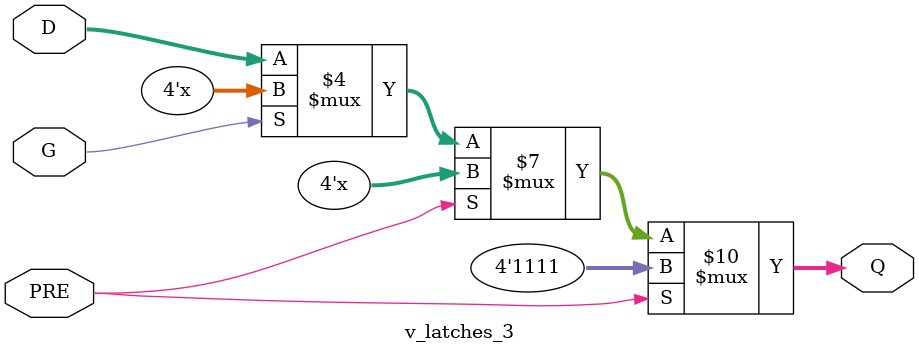
<source format=v>
module v_latches_3 (G, D, PRE, Q);
    input G, PRE;
    input [3:0] D;
    output [3:0] Q;
    reg [3:0] Q;

    always @(G or D or PRE)
    begin
        if (PRE)
            Q = 4'b1111;
        else if (~G)
            Q = D;
    end
endmodule

</source>
